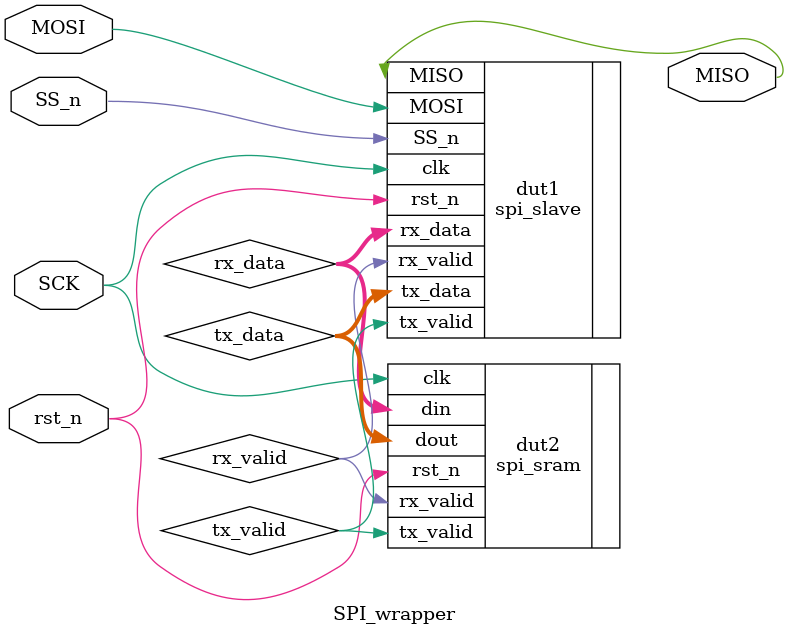
<source format=v>
module SPI_wrapper (MOSI,MISO,SS_n,SCK,rst_n);
input SCK,MOSI,SS_n,rst_n;
output MISO;
//
wire [9:0] rx_data;
wire [7:0] tx_data;
wire rx_valid,tx_valid;
//
spi_slave dut1(
    .clk(SCK),
    .rst_n(rst_n),
    .MOSI(MOSI),
    .SS_n(SS_n),
    .tx_data(tx_data),
    .tx_valid(tx_valid),
    .rx_data(rx_data),
    .rx_valid(rx_valid),
    .MISO(MISO)
);

spi_sram dut2(
    .clk(SCK),
    .rst_n(rst_n),
    .din(rx_data),
    .rx_valid(rx_valid),
    .dout(tx_data),
    .tx_valid(tx_valid)
);

endmodule //SPI_wrapper
</source>
